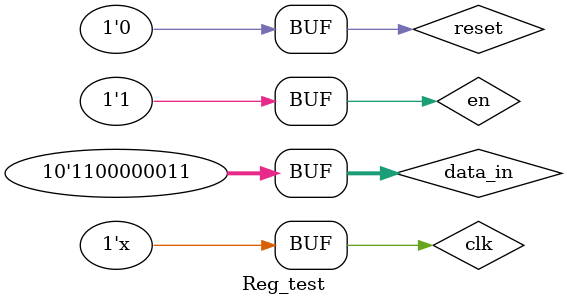
<source format=v>
`timescale 1ns / 1ps


module Reg_test();
    reg clk; reg reset; reg en;
    reg [9:0] data_in;
    wire [9:0] data_out;
    
    reg10Bit Reg_test(.clk(clk), .reset(reset), .en(en), .data_in(data_in), .data_out(data_out));
    
    initial begin
        clk = 1;
        reset = 1;
        en = 0;
        
        #100
        reset = 0;
        en = 0;
        data_in = 10'b0001011111; 
        
        #100
        en = 1;
        data_in = 10'b0001011111; 
        
        #100
        data_in = 10'b1111010000;
       
        #100
        data_in = 10'b1100000011; 
    end
    
    always begin
        #50 clk = ~clk;
    end
endmodule

</source>
